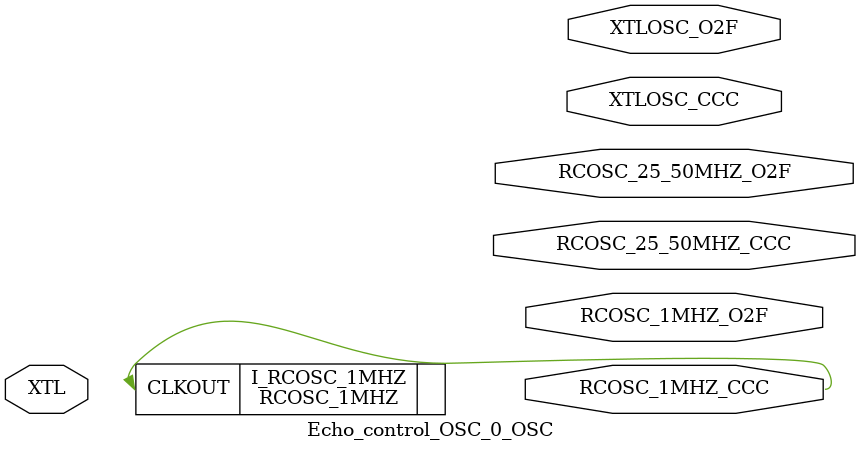
<source format=v>
`timescale 1 ns/100 ps


module Echo_control_OSC_0_OSC(
       XTL,
       RCOSC_25_50MHZ_CCC,
       RCOSC_25_50MHZ_O2F,
       RCOSC_1MHZ_CCC,
       RCOSC_1MHZ_O2F,
       XTLOSC_CCC,
       XTLOSC_O2F
    );
input  XTL;
output RCOSC_25_50MHZ_CCC;
output RCOSC_25_50MHZ_O2F;
output RCOSC_1MHZ_CCC;
output RCOSC_1MHZ_O2F;
output XTLOSC_CCC;
output XTLOSC_O2F;

    
    RCOSC_1MHZ I_RCOSC_1MHZ (.CLKOUT(RCOSC_1MHZ_CCC));
    
endmodule

</source>
